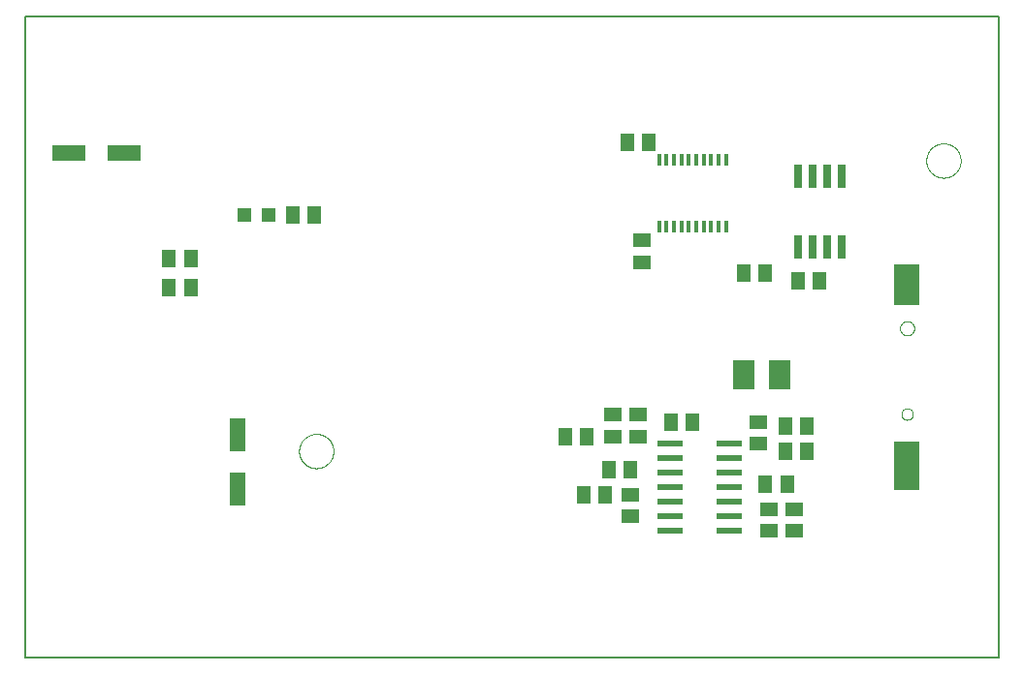
<source format=gtp>
G75*
%MOIN*%
%OFA0B0*%
%FSLAX25Y25*%
%IPPOS*%
%LPD*%
%AMOC8*
5,1,8,0,0,1.08239X$1,22.5*
%
%ADD10R,0.04724X0.04724*%
%ADD11R,0.05118X0.06299*%
%ADD12C,0.00500*%
%ADD13C,0.00000*%
%ADD14R,0.02600X0.08000*%
%ADD15R,0.05118X0.05906*%
%ADD16R,0.01200X0.03900*%
%ADD17R,0.05906X0.05118*%
%ADD18R,0.08661X0.02362*%
%ADD19R,0.06299X0.05118*%
%ADD20R,0.05512X0.11811*%
%ADD21R,0.11811X0.05512*%
%ADD22R,0.07677X0.09843*%
%ADD23R,0.09055X0.16929*%
%ADD24R,0.09055X0.14409*%
D10*
X0076886Y0156215D03*
X0085154Y0156215D03*
D11*
X0093530Y0156215D03*
X0101010Y0156215D03*
X0058510Y0141215D03*
X0051030Y0141215D03*
X0051030Y0131215D03*
X0058510Y0131215D03*
X0187280Y0079965D03*
X0194760Y0079965D03*
X0193530Y0059965D03*
X0201010Y0059965D03*
X0262905Y0074965D03*
X0270385Y0074965D03*
X0270385Y0083715D03*
X0262905Y0083715D03*
X0256010Y0136215D03*
X0248530Y0136215D03*
D12*
X0001571Y0224482D02*
X0001571Y0004010D01*
X0336217Y0004010D01*
X0336217Y0224482D01*
X0001571Y0224482D01*
D13*
X0095739Y0074965D02*
X0095741Y0075118D01*
X0095747Y0075272D01*
X0095757Y0075425D01*
X0095771Y0075577D01*
X0095789Y0075730D01*
X0095811Y0075881D01*
X0095836Y0076032D01*
X0095866Y0076183D01*
X0095900Y0076333D01*
X0095937Y0076481D01*
X0095978Y0076629D01*
X0096023Y0076775D01*
X0096072Y0076921D01*
X0096125Y0077065D01*
X0096181Y0077207D01*
X0096241Y0077348D01*
X0096305Y0077488D01*
X0096372Y0077626D01*
X0096443Y0077762D01*
X0096518Y0077896D01*
X0096595Y0078028D01*
X0096677Y0078158D01*
X0096761Y0078286D01*
X0096849Y0078412D01*
X0096940Y0078535D01*
X0097034Y0078656D01*
X0097132Y0078774D01*
X0097232Y0078890D01*
X0097336Y0079003D01*
X0097442Y0079114D01*
X0097551Y0079222D01*
X0097663Y0079327D01*
X0097777Y0079428D01*
X0097895Y0079527D01*
X0098014Y0079623D01*
X0098136Y0079716D01*
X0098261Y0079805D01*
X0098388Y0079892D01*
X0098517Y0079974D01*
X0098648Y0080054D01*
X0098781Y0080130D01*
X0098916Y0080203D01*
X0099053Y0080272D01*
X0099192Y0080337D01*
X0099332Y0080399D01*
X0099474Y0080457D01*
X0099617Y0080512D01*
X0099762Y0080563D01*
X0099908Y0080610D01*
X0100055Y0080653D01*
X0100203Y0080692D01*
X0100352Y0080728D01*
X0100502Y0080759D01*
X0100653Y0080787D01*
X0100804Y0080811D01*
X0100957Y0080831D01*
X0101109Y0080847D01*
X0101262Y0080859D01*
X0101415Y0080867D01*
X0101568Y0080871D01*
X0101722Y0080871D01*
X0101875Y0080867D01*
X0102028Y0080859D01*
X0102181Y0080847D01*
X0102333Y0080831D01*
X0102486Y0080811D01*
X0102637Y0080787D01*
X0102788Y0080759D01*
X0102938Y0080728D01*
X0103087Y0080692D01*
X0103235Y0080653D01*
X0103382Y0080610D01*
X0103528Y0080563D01*
X0103673Y0080512D01*
X0103816Y0080457D01*
X0103958Y0080399D01*
X0104098Y0080337D01*
X0104237Y0080272D01*
X0104374Y0080203D01*
X0104509Y0080130D01*
X0104642Y0080054D01*
X0104773Y0079974D01*
X0104902Y0079892D01*
X0105029Y0079805D01*
X0105154Y0079716D01*
X0105276Y0079623D01*
X0105395Y0079527D01*
X0105513Y0079428D01*
X0105627Y0079327D01*
X0105739Y0079222D01*
X0105848Y0079114D01*
X0105954Y0079003D01*
X0106058Y0078890D01*
X0106158Y0078774D01*
X0106256Y0078656D01*
X0106350Y0078535D01*
X0106441Y0078412D01*
X0106529Y0078286D01*
X0106613Y0078158D01*
X0106695Y0078028D01*
X0106772Y0077896D01*
X0106847Y0077762D01*
X0106918Y0077626D01*
X0106985Y0077488D01*
X0107049Y0077348D01*
X0107109Y0077207D01*
X0107165Y0077065D01*
X0107218Y0076921D01*
X0107267Y0076775D01*
X0107312Y0076629D01*
X0107353Y0076481D01*
X0107390Y0076333D01*
X0107424Y0076183D01*
X0107454Y0076032D01*
X0107479Y0075881D01*
X0107501Y0075730D01*
X0107519Y0075577D01*
X0107533Y0075425D01*
X0107543Y0075272D01*
X0107549Y0075118D01*
X0107551Y0074965D01*
X0107549Y0074812D01*
X0107543Y0074658D01*
X0107533Y0074505D01*
X0107519Y0074353D01*
X0107501Y0074200D01*
X0107479Y0074049D01*
X0107454Y0073898D01*
X0107424Y0073747D01*
X0107390Y0073597D01*
X0107353Y0073449D01*
X0107312Y0073301D01*
X0107267Y0073155D01*
X0107218Y0073009D01*
X0107165Y0072865D01*
X0107109Y0072723D01*
X0107049Y0072582D01*
X0106985Y0072442D01*
X0106918Y0072304D01*
X0106847Y0072168D01*
X0106772Y0072034D01*
X0106695Y0071902D01*
X0106613Y0071772D01*
X0106529Y0071644D01*
X0106441Y0071518D01*
X0106350Y0071395D01*
X0106256Y0071274D01*
X0106158Y0071156D01*
X0106058Y0071040D01*
X0105954Y0070927D01*
X0105848Y0070816D01*
X0105739Y0070708D01*
X0105627Y0070603D01*
X0105513Y0070502D01*
X0105395Y0070403D01*
X0105276Y0070307D01*
X0105154Y0070214D01*
X0105029Y0070125D01*
X0104902Y0070038D01*
X0104773Y0069956D01*
X0104642Y0069876D01*
X0104509Y0069800D01*
X0104374Y0069727D01*
X0104237Y0069658D01*
X0104098Y0069593D01*
X0103958Y0069531D01*
X0103816Y0069473D01*
X0103673Y0069418D01*
X0103528Y0069367D01*
X0103382Y0069320D01*
X0103235Y0069277D01*
X0103087Y0069238D01*
X0102938Y0069202D01*
X0102788Y0069171D01*
X0102637Y0069143D01*
X0102486Y0069119D01*
X0102333Y0069099D01*
X0102181Y0069083D01*
X0102028Y0069071D01*
X0101875Y0069063D01*
X0101722Y0069059D01*
X0101568Y0069059D01*
X0101415Y0069063D01*
X0101262Y0069071D01*
X0101109Y0069083D01*
X0100957Y0069099D01*
X0100804Y0069119D01*
X0100653Y0069143D01*
X0100502Y0069171D01*
X0100352Y0069202D01*
X0100203Y0069238D01*
X0100055Y0069277D01*
X0099908Y0069320D01*
X0099762Y0069367D01*
X0099617Y0069418D01*
X0099474Y0069473D01*
X0099332Y0069531D01*
X0099192Y0069593D01*
X0099053Y0069658D01*
X0098916Y0069727D01*
X0098781Y0069800D01*
X0098648Y0069876D01*
X0098517Y0069956D01*
X0098388Y0070038D01*
X0098261Y0070125D01*
X0098136Y0070214D01*
X0098014Y0070307D01*
X0097895Y0070403D01*
X0097777Y0070502D01*
X0097663Y0070603D01*
X0097551Y0070708D01*
X0097442Y0070816D01*
X0097336Y0070927D01*
X0097232Y0071040D01*
X0097132Y0071156D01*
X0097034Y0071274D01*
X0096940Y0071395D01*
X0096849Y0071518D01*
X0096761Y0071644D01*
X0096677Y0071772D01*
X0096595Y0071902D01*
X0096518Y0072034D01*
X0096443Y0072168D01*
X0096372Y0072304D01*
X0096305Y0072442D01*
X0096241Y0072582D01*
X0096181Y0072723D01*
X0096125Y0072865D01*
X0096072Y0073009D01*
X0096023Y0073155D01*
X0095978Y0073301D01*
X0095937Y0073449D01*
X0095900Y0073597D01*
X0095866Y0073747D01*
X0095836Y0073898D01*
X0095811Y0074049D01*
X0095789Y0074200D01*
X0095771Y0074353D01*
X0095757Y0074505D01*
X0095747Y0074658D01*
X0095741Y0074812D01*
X0095739Y0074965D01*
X0302801Y0087701D02*
X0302803Y0087789D01*
X0302809Y0087877D01*
X0302819Y0087965D01*
X0302833Y0088053D01*
X0302850Y0088139D01*
X0302872Y0088225D01*
X0302897Y0088309D01*
X0302927Y0088393D01*
X0302959Y0088475D01*
X0302996Y0088555D01*
X0303036Y0088634D01*
X0303080Y0088711D01*
X0303127Y0088786D01*
X0303177Y0088858D01*
X0303231Y0088929D01*
X0303287Y0088996D01*
X0303347Y0089062D01*
X0303409Y0089124D01*
X0303475Y0089184D01*
X0303542Y0089240D01*
X0303613Y0089294D01*
X0303685Y0089344D01*
X0303760Y0089391D01*
X0303837Y0089435D01*
X0303916Y0089475D01*
X0303996Y0089512D01*
X0304078Y0089544D01*
X0304162Y0089574D01*
X0304246Y0089599D01*
X0304332Y0089621D01*
X0304418Y0089638D01*
X0304506Y0089652D01*
X0304594Y0089662D01*
X0304682Y0089668D01*
X0304770Y0089670D01*
X0304858Y0089668D01*
X0304946Y0089662D01*
X0305034Y0089652D01*
X0305122Y0089638D01*
X0305208Y0089621D01*
X0305294Y0089599D01*
X0305378Y0089574D01*
X0305462Y0089544D01*
X0305544Y0089512D01*
X0305624Y0089475D01*
X0305703Y0089435D01*
X0305780Y0089391D01*
X0305855Y0089344D01*
X0305927Y0089294D01*
X0305998Y0089240D01*
X0306065Y0089184D01*
X0306131Y0089124D01*
X0306193Y0089062D01*
X0306253Y0088996D01*
X0306309Y0088929D01*
X0306363Y0088858D01*
X0306413Y0088786D01*
X0306460Y0088711D01*
X0306504Y0088634D01*
X0306544Y0088555D01*
X0306581Y0088475D01*
X0306613Y0088393D01*
X0306643Y0088309D01*
X0306668Y0088225D01*
X0306690Y0088139D01*
X0306707Y0088053D01*
X0306721Y0087965D01*
X0306731Y0087877D01*
X0306737Y0087789D01*
X0306739Y0087701D01*
X0306737Y0087613D01*
X0306731Y0087525D01*
X0306721Y0087437D01*
X0306707Y0087349D01*
X0306690Y0087263D01*
X0306668Y0087177D01*
X0306643Y0087093D01*
X0306613Y0087009D01*
X0306581Y0086927D01*
X0306544Y0086847D01*
X0306504Y0086768D01*
X0306460Y0086691D01*
X0306413Y0086616D01*
X0306363Y0086544D01*
X0306309Y0086473D01*
X0306253Y0086406D01*
X0306193Y0086340D01*
X0306131Y0086278D01*
X0306065Y0086218D01*
X0305998Y0086162D01*
X0305927Y0086108D01*
X0305855Y0086058D01*
X0305780Y0086011D01*
X0305703Y0085967D01*
X0305624Y0085927D01*
X0305544Y0085890D01*
X0305462Y0085858D01*
X0305378Y0085828D01*
X0305294Y0085803D01*
X0305208Y0085781D01*
X0305122Y0085764D01*
X0305034Y0085750D01*
X0304946Y0085740D01*
X0304858Y0085734D01*
X0304770Y0085732D01*
X0304682Y0085734D01*
X0304594Y0085740D01*
X0304506Y0085750D01*
X0304418Y0085764D01*
X0304332Y0085781D01*
X0304246Y0085803D01*
X0304162Y0085828D01*
X0304078Y0085858D01*
X0303996Y0085890D01*
X0303916Y0085927D01*
X0303837Y0085967D01*
X0303760Y0086011D01*
X0303685Y0086058D01*
X0303613Y0086108D01*
X0303542Y0086162D01*
X0303475Y0086218D01*
X0303409Y0086278D01*
X0303347Y0086340D01*
X0303287Y0086406D01*
X0303231Y0086473D01*
X0303177Y0086544D01*
X0303127Y0086616D01*
X0303080Y0086691D01*
X0303036Y0086768D01*
X0302996Y0086847D01*
X0302959Y0086927D01*
X0302927Y0087009D01*
X0302897Y0087093D01*
X0302872Y0087177D01*
X0302850Y0087263D01*
X0302833Y0087349D01*
X0302819Y0087437D01*
X0302809Y0087525D01*
X0302803Y0087613D01*
X0302801Y0087701D01*
X0302309Y0117228D02*
X0302311Y0117327D01*
X0302317Y0117426D01*
X0302327Y0117525D01*
X0302341Y0117623D01*
X0302359Y0117720D01*
X0302381Y0117817D01*
X0302406Y0117913D01*
X0302436Y0118007D01*
X0302469Y0118101D01*
X0302506Y0118193D01*
X0302547Y0118283D01*
X0302591Y0118372D01*
X0302639Y0118458D01*
X0302690Y0118543D01*
X0302745Y0118626D01*
X0302803Y0118706D01*
X0302864Y0118784D01*
X0302928Y0118860D01*
X0302995Y0118933D01*
X0303065Y0119003D01*
X0303138Y0119070D01*
X0303214Y0119134D01*
X0303292Y0119195D01*
X0303372Y0119253D01*
X0303455Y0119308D01*
X0303539Y0119359D01*
X0303626Y0119407D01*
X0303715Y0119451D01*
X0303805Y0119492D01*
X0303897Y0119529D01*
X0303991Y0119562D01*
X0304085Y0119592D01*
X0304181Y0119617D01*
X0304278Y0119639D01*
X0304375Y0119657D01*
X0304473Y0119671D01*
X0304572Y0119681D01*
X0304671Y0119687D01*
X0304770Y0119689D01*
X0304869Y0119687D01*
X0304968Y0119681D01*
X0305067Y0119671D01*
X0305165Y0119657D01*
X0305262Y0119639D01*
X0305359Y0119617D01*
X0305455Y0119592D01*
X0305549Y0119562D01*
X0305643Y0119529D01*
X0305735Y0119492D01*
X0305825Y0119451D01*
X0305914Y0119407D01*
X0306000Y0119359D01*
X0306085Y0119308D01*
X0306168Y0119253D01*
X0306248Y0119195D01*
X0306326Y0119134D01*
X0306402Y0119070D01*
X0306475Y0119003D01*
X0306545Y0118933D01*
X0306612Y0118860D01*
X0306676Y0118784D01*
X0306737Y0118706D01*
X0306795Y0118626D01*
X0306850Y0118543D01*
X0306901Y0118459D01*
X0306949Y0118372D01*
X0306993Y0118283D01*
X0307034Y0118193D01*
X0307071Y0118101D01*
X0307104Y0118007D01*
X0307134Y0117913D01*
X0307159Y0117817D01*
X0307181Y0117720D01*
X0307199Y0117623D01*
X0307213Y0117525D01*
X0307223Y0117426D01*
X0307229Y0117327D01*
X0307231Y0117228D01*
X0307229Y0117129D01*
X0307223Y0117030D01*
X0307213Y0116931D01*
X0307199Y0116833D01*
X0307181Y0116736D01*
X0307159Y0116639D01*
X0307134Y0116543D01*
X0307104Y0116449D01*
X0307071Y0116355D01*
X0307034Y0116263D01*
X0306993Y0116173D01*
X0306949Y0116084D01*
X0306901Y0115998D01*
X0306850Y0115913D01*
X0306795Y0115830D01*
X0306737Y0115750D01*
X0306676Y0115672D01*
X0306612Y0115596D01*
X0306545Y0115523D01*
X0306475Y0115453D01*
X0306402Y0115386D01*
X0306326Y0115322D01*
X0306248Y0115261D01*
X0306168Y0115203D01*
X0306085Y0115148D01*
X0306001Y0115097D01*
X0305914Y0115049D01*
X0305825Y0115005D01*
X0305735Y0114964D01*
X0305643Y0114927D01*
X0305549Y0114894D01*
X0305455Y0114864D01*
X0305359Y0114839D01*
X0305262Y0114817D01*
X0305165Y0114799D01*
X0305067Y0114785D01*
X0304968Y0114775D01*
X0304869Y0114769D01*
X0304770Y0114767D01*
X0304671Y0114769D01*
X0304572Y0114775D01*
X0304473Y0114785D01*
X0304375Y0114799D01*
X0304278Y0114817D01*
X0304181Y0114839D01*
X0304085Y0114864D01*
X0303991Y0114894D01*
X0303897Y0114927D01*
X0303805Y0114964D01*
X0303715Y0115005D01*
X0303626Y0115049D01*
X0303540Y0115097D01*
X0303455Y0115148D01*
X0303372Y0115203D01*
X0303292Y0115261D01*
X0303214Y0115322D01*
X0303138Y0115386D01*
X0303065Y0115453D01*
X0302995Y0115523D01*
X0302928Y0115596D01*
X0302864Y0115672D01*
X0302803Y0115750D01*
X0302745Y0115830D01*
X0302690Y0115913D01*
X0302639Y0115997D01*
X0302591Y0116084D01*
X0302547Y0116173D01*
X0302506Y0116263D01*
X0302469Y0116355D01*
X0302436Y0116449D01*
X0302406Y0116543D01*
X0302381Y0116639D01*
X0302359Y0116736D01*
X0302341Y0116833D01*
X0302327Y0116931D01*
X0302317Y0117030D01*
X0302311Y0117129D01*
X0302309Y0117228D01*
X0311364Y0174965D02*
X0311366Y0175118D01*
X0311372Y0175272D01*
X0311382Y0175425D01*
X0311396Y0175577D01*
X0311414Y0175730D01*
X0311436Y0175881D01*
X0311461Y0176032D01*
X0311491Y0176183D01*
X0311525Y0176333D01*
X0311562Y0176481D01*
X0311603Y0176629D01*
X0311648Y0176775D01*
X0311697Y0176921D01*
X0311750Y0177065D01*
X0311806Y0177207D01*
X0311866Y0177348D01*
X0311930Y0177488D01*
X0311997Y0177626D01*
X0312068Y0177762D01*
X0312143Y0177896D01*
X0312220Y0178028D01*
X0312302Y0178158D01*
X0312386Y0178286D01*
X0312474Y0178412D01*
X0312565Y0178535D01*
X0312659Y0178656D01*
X0312757Y0178774D01*
X0312857Y0178890D01*
X0312961Y0179003D01*
X0313067Y0179114D01*
X0313176Y0179222D01*
X0313288Y0179327D01*
X0313402Y0179428D01*
X0313520Y0179527D01*
X0313639Y0179623D01*
X0313761Y0179716D01*
X0313886Y0179805D01*
X0314013Y0179892D01*
X0314142Y0179974D01*
X0314273Y0180054D01*
X0314406Y0180130D01*
X0314541Y0180203D01*
X0314678Y0180272D01*
X0314817Y0180337D01*
X0314957Y0180399D01*
X0315099Y0180457D01*
X0315242Y0180512D01*
X0315387Y0180563D01*
X0315533Y0180610D01*
X0315680Y0180653D01*
X0315828Y0180692D01*
X0315977Y0180728D01*
X0316127Y0180759D01*
X0316278Y0180787D01*
X0316429Y0180811D01*
X0316582Y0180831D01*
X0316734Y0180847D01*
X0316887Y0180859D01*
X0317040Y0180867D01*
X0317193Y0180871D01*
X0317347Y0180871D01*
X0317500Y0180867D01*
X0317653Y0180859D01*
X0317806Y0180847D01*
X0317958Y0180831D01*
X0318111Y0180811D01*
X0318262Y0180787D01*
X0318413Y0180759D01*
X0318563Y0180728D01*
X0318712Y0180692D01*
X0318860Y0180653D01*
X0319007Y0180610D01*
X0319153Y0180563D01*
X0319298Y0180512D01*
X0319441Y0180457D01*
X0319583Y0180399D01*
X0319723Y0180337D01*
X0319862Y0180272D01*
X0319999Y0180203D01*
X0320134Y0180130D01*
X0320267Y0180054D01*
X0320398Y0179974D01*
X0320527Y0179892D01*
X0320654Y0179805D01*
X0320779Y0179716D01*
X0320901Y0179623D01*
X0321020Y0179527D01*
X0321138Y0179428D01*
X0321252Y0179327D01*
X0321364Y0179222D01*
X0321473Y0179114D01*
X0321579Y0179003D01*
X0321683Y0178890D01*
X0321783Y0178774D01*
X0321881Y0178656D01*
X0321975Y0178535D01*
X0322066Y0178412D01*
X0322154Y0178286D01*
X0322238Y0178158D01*
X0322320Y0178028D01*
X0322397Y0177896D01*
X0322472Y0177762D01*
X0322543Y0177626D01*
X0322610Y0177488D01*
X0322674Y0177348D01*
X0322734Y0177207D01*
X0322790Y0177065D01*
X0322843Y0176921D01*
X0322892Y0176775D01*
X0322937Y0176629D01*
X0322978Y0176481D01*
X0323015Y0176333D01*
X0323049Y0176183D01*
X0323079Y0176032D01*
X0323104Y0175881D01*
X0323126Y0175730D01*
X0323144Y0175577D01*
X0323158Y0175425D01*
X0323168Y0175272D01*
X0323174Y0175118D01*
X0323176Y0174965D01*
X0323174Y0174812D01*
X0323168Y0174658D01*
X0323158Y0174505D01*
X0323144Y0174353D01*
X0323126Y0174200D01*
X0323104Y0174049D01*
X0323079Y0173898D01*
X0323049Y0173747D01*
X0323015Y0173597D01*
X0322978Y0173449D01*
X0322937Y0173301D01*
X0322892Y0173155D01*
X0322843Y0173009D01*
X0322790Y0172865D01*
X0322734Y0172723D01*
X0322674Y0172582D01*
X0322610Y0172442D01*
X0322543Y0172304D01*
X0322472Y0172168D01*
X0322397Y0172034D01*
X0322320Y0171902D01*
X0322238Y0171772D01*
X0322154Y0171644D01*
X0322066Y0171518D01*
X0321975Y0171395D01*
X0321881Y0171274D01*
X0321783Y0171156D01*
X0321683Y0171040D01*
X0321579Y0170927D01*
X0321473Y0170816D01*
X0321364Y0170708D01*
X0321252Y0170603D01*
X0321138Y0170502D01*
X0321020Y0170403D01*
X0320901Y0170307D01*
X0320779Y0170214D01*
X0320654Y0170125D01*
X0320527Y0170038D01*
X0320398Y0169956D01*
X0320267Y0169876D01*
X0320134Y0169800D01*
X0319999Y0169727D01*
X0319862Y0169658D01*
X0319723Y0169593D01*
X0319583Y0169531D01*
X0319441Y0169473D01*
X0319298Y0169418D01*
X0319153Y0169367D01*
X0319007Y0169320D01*
X0318860Y0169277D01*
X0318712Y0169238D01*
X0318563Y0169202D01*
X0318413Y0169171D01*
X0318262Y0169143D01*
X0318111Y0169119D01*
X0317958Y0169099D01*
X0317806Y0169083D01*
X0317653Y0169071D01*
X0317500Y0169063D01*
X0317347Y0169059D01*
X0317193Y0169059D01*
X0317040Y0169063D01*
X0316887Y0169071D01*
X0316734Y0169083D01*
X0316582Y0169099D01*
X0316429Y0169119D01*
X0316278Y0169143D01*
X0316127Y0169171D01*
X0315977Y0169202D01*
X0315828Y0169238D01*
X0315680Y0169277D01*
X0315533Y0169320D01*
X0315387Y0169367D01*
X0315242Y0169418D01*
X0315099Y0169473D01*
X0314957Y0169531D01*
X0314817Y0169593D01*
X0314678Y0169658D01*
X0314541Y0169727D01*
X0314406Y0169800D01*
X0314273Y0169876D01*
X0314142Y0169956D01*
X0314013Y0170038D01*
X0313886Y0170125D01*
X0313761Y0170214D01*
X0313639Y0170307D01*
X0313520Y0170403D01*
X0313402Y0170502D01*
X0313288Y0170603D01*
X0313176Y0170708D01*
X0313067Y0170816D01*
X0312961Y0170927D01*
X0312857Y0171040D01*
X0312757Y0171156D01*
X0312659Y0171274D01*
X0312565Y0171395D01*
X0312474Y0171518D01*
X0312386Y0171644D01*
X0312302Y0171772D01*
X0312220Y0171902D01*
X0312143Y0172034D01*
X0312068Y0172168D01*
X0311997Y0172304D01*
X0311930Y0172442D01*
X0311866Y0172582D01*
X0311806Y0172723D01*
X0311750Y0172865D01*
X0311697Y0173009D01*
X0311648Y0173155D01*
X0311603Y0173301D01*
X0311562Y0173449D01*
X0311525Y0173597D01*
X0311491Y0173747D01*
X0311461Y0173898D01*
X0311436Y0174049D01*
X0311414Y0174200D01*
X0311396Y0174353D01*
X0311382Y0174505D01*
X0311372Y0174658D01*
X0311366Y0174812D01*
X0311364Y0174965D01*
D14*
X0282270Y0169565D03*
X0277270Y0169565D03*
X0272270Y0169565D03*
X0267270Y0169565D03*
X0267270Y0145365D03*
X0272270Y0145365D03*
X0277270Y0145365D03*
X0282270Y0145365D03*
D15*
X0274760Y0133715D03*
X0267280Y0133715D03*
X0231010Y0084965D03*
X0223530Y0084965D03*
X0209760Y0068715D03*
X0202280Y0068715D03*
X0256030Y0063715D03*
X0263510Y0063715D03*
X0216010Y0181215D03*
X0208530Y0181215D03*
D16*
X0219504Y0175202D03*
X0222063Y0175202D03*
X0224622Y0175202D03*
X0227181Y0175202D03*
X0229740Y0175202D03*
X0232299Y0175202D03*
X0234858Y0175202D03*
X0237417Y0175202D03*
X0239976Y0175202D03*
X0242535Y0175202D03*
X0242535Y0152227D03*
X0239976Y0152227D03*
X0237417Y0152227D03*
X0234858Y0152227D03*
X0232299Y0152227D03*
X0229740Y0152227D03*
X0227181Y0152227D03*
X0224622Y0152227D03*
X0222063Y0152227D03*
X0219504Y0152227D03*
D17*
X0213520Y0147455D03*
X0213520Y0139974D03*
X0212270Y0087455D03*
X0212270Y0079974D03*
X0253520Y0077474D03*
X0253520Y0084955D03*
D18*
X0243756Y0077465D03*
X0243756Y0072465D03*
X0243756Y0067465D03*
X0243756Y0062465D03*
X0243756Y0057465D03*
X0243756Y0052465D03*
X0243756Y0047465D03*
X0223283Y0047465D03*
X0223283Y0052465D03*
X0223283Y0057465D03*
X0223283Y0062465D03*
X0223283Y0067465D03*
X0223283Y0072465D03*
X0223283Y0077465D03*
D19*
X0203520Y0079974D03*
X0203520Y0087455D03*
X0209770Y0059955D03*
X0209770Y0052474D03*
X0257270Y0054955D03*
X0266020Y0054955D03*
X0266020Y0047474D03*
X0257270Y0047474D03*
D20*
X0074770Y0061766D03*
X0074770Y0080663D03*
D21*
X0035469Y0177465D03*
X0016571Y0177465D03*
D22*
X0248766Y0101215D03*
X0260774Y0101215D03*
D23*
X0304770Y0069945D03*
D24*
X0304770Y0132307D03*
M02*

</source>
